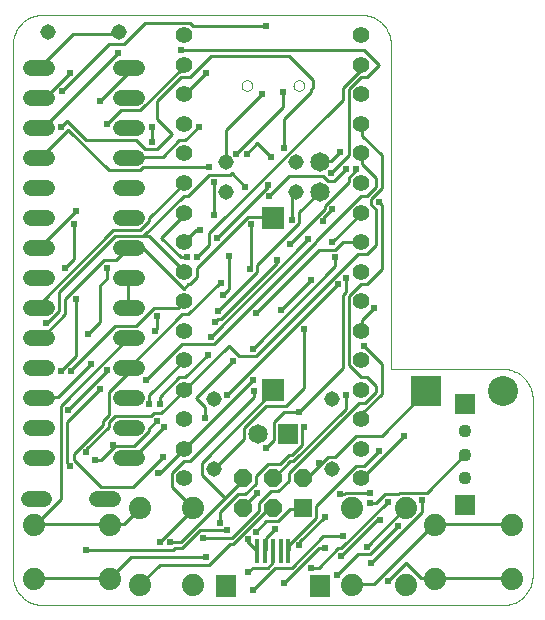
<source format=gtl>
G75*
G70*
%OFA0B0*%
%FSLAX24Y24*%
%IPPOS*%
%LPD*%
%AMOC8*
5,1,8,0,0,1.08239X$1,22.5*
%
%ADD10C,0.0000*%
%ADD11C,0.0560*%
%ADD12R,0.0760X0.0760*%
%ADD13R,0.0650X0.0650*%
%ADD14C,0.0650*%
%ADD15R,0.1000X0.1000*%
%ADD16C,0.1000*%
%ADD17R,0.0157X0.0787*%
%ADD18R,0.0709X0.0748*%
%ADD19C,0.0520*%
%ADD20C,0.0740*%
%ADD21C,0.0515*%
%ADD22R,0.0709X0.0709*%
%ADD23C,0.0436*%
%ADD24OC8,0.0600*%
%ADD25R,0.0600X0.0600*%
%ADD26C,0.0100*%
%ADD27C,0.0240*%
D10*
X001123Y001047D02*
X016445Y001047D01*
X016505Y001049D01*
X016566Y001054D01*
X016625Y001063D01*
X016684Y001076D01*
X016743Y001092D01*
X016800Y001112D01*
X016855Y001135D01*
X016910Y001162D01*
X016962Y001191D01*
X017013Y001224D01*
X017062Y001260D01*
X017108Y001298D01*
X017152Y001340D01*
X017194Y001384D01*
X017232Y001430D01*
X017268Y001479D01*
X017301Y001530D01*
X017330Y001582D01*
X017357Y001637D01*
X017380Y001692D01*
X017400Y001749D01*
X017416Y001808D01*
X017429Y001867D01*
X017438Y001926D01*
X017443Y001987D01*
X017445Y002047D01*
X017445Y007921D01*
X017443Y007981D01*
X017438Y008042D01*
X017429Y008101D01*
X017416Y008160D01*
X017400Y008219D01*
X017380Y008276D01*
X017357Y008331D01*
X017330Y008386D01*
X017301Y008438D01*
X017268Y008489D01*
X017232Y008538D01*
X017194Y008584D01*
X017152Y008628D01*
X017108Y008670D01*
X017062Y008708D01*
X017013Y008744D01*
X016962Y008777D01*
X016910Y008806D01*
X016855Y008833D01*
X016800Y008856D01*
X016743Y008876D01*
X016684Y008892D01*
X016625Y008905D01*
X016566Y008914D01*
X016505Y008919D01*
X016445Y008921D01*
X012721Y008921D01*
X012721Y019732D01*
X012719Y019792D01*
X012714Y019853D01*
X012705Y019912D01*
X012692Y019971D01*
X012676Y020030D01*
X012656Y020087D01*
X012633Y020142D01*
X012606Y020197D01*
X012577Y020249D01*
X012544Y020300D01*
X012508Y020349D01*
X012470Y020395D01*
X012428Y020439D01*
X012384Y020481D01*
X012338Y020519D01*
X012289Y020555D01*
X012238Y020588D01*
X012186Y020617D01*
X012131Y020644D01*
X012076Y020667D01*
X012019Y020687D01*
X011960Y020703D01*
X011901Y020716D01*
X011842Y020725D01*
X011781Y020730D01*
X011721Y020732D01*
X001123Y020732D01*
X001063Y020730D01*
X001002Y020725D01*
X000943Y020716D01*
X000884Y020703D01*
X000825Y020687D01*
X000768Y020667D01*
X000713Y020644D01*
X000658Y020617D01*
X000606Y020588D01*
X000555Y020555D01*
X000506Y020519D01*
X000460Y020481D01*
X000416Y020439D01*
X000374Y020395D01*
X000336Y020349D01*
X000300Y020300D01*
X000267Y020249D01*
X000238Y020197D01*
X000211Y020142D01*
X000188Y020087D01*
X000168Y020030D01*
X000152Y019971D01*
X000139Y019912D01*
X000130Y019853D01*
X000125Y019792D01*
X000123Y019732D01*
X000123Y002047D01*
X000125Y001987D01*
X000130Y001926D01*
X000139Y001867D01*
X000152Y001808D01*
X000168Y001749D01*
X000188Y001692D01*
X000211Y001637D01*
X000238Y001582D01*
X000267Y001530D01*
X000300Y001479D01*
X000336Y001430D01*
X000374Y001384D01*
X000416Y001340D01*
X000460Y001298D01*
X000506Y001260D01*
X000555Y001224D01*
X000606Y001191D01*
X000658Y001162D01*
X000713Y001135D01*
X000768Y001112D01*
X000825Y001092D01*
X000884Y001076D01*
X000943Y001063D01*
X001002Y001054D01*
X001063Y001049D01*
X001123Y001047D01*
X007741Y018370D02*
X007743Y018396D01*
X007749Y018422D01*
X007759Y018447D01*
X007772Y018470D01*
X007788Y018490D01*
X007808Y018508D01*
X007830Y018523D01*
X007853Y018535D01*
X007879Y018543D01*
X007905Y018547D01*
X007931Y018547D01*
X007957Y018543D01*
X007983Y018535D01*
X008007Y018523D01*
X008028Y018508D01*
X008048Y018490D01*
X008064Y018470D01*
X008077Y018447D01*
X008087Y018422D01*
X008093Y018396D01*
X008095Y018370D01*
X008093Y018344D01*
X008087Y018318D01*
X008077Y018293D01*
X008064Y018270D01*
X008048Y018250D01*
X008028Y018232D01*
X008006Y018217D01*
X007983Y018205D01*
X007957Y018197D01*
X007931Y018193D01*
X007905Y018193D01*
X007879Y018197D01*
X007853Y018205D01*
X007829Y018217D01*
X007808Y018232D01*
X007788Y018250D01*
X007772Y018270D01*
X007759Y018293D01*
X007749Y018318D01*
X007743Y018344D01*
X007741Y018370D01*
X009473Y018370D02*
X009475Y018396D01*
X009481Y018422D01*
X009491Y018447D01*
X009504Y018470D01*
X009520Y018490D01*
X009540Y018508D01*
X009562Y018523D01*
X009585Y018535D01*
X009611Y018543D01*
X009637Y018547D01*
X009663Y018547D01*
X009689Y018543D01*
X009715Y018535D01*
X009739Y018523D01*
X009760Y018508D01*
X009780Y018490D01*
X009796Y018470D01*
X009809Y018447D01*
X009819Y018422D01*
X009825Y018396D01*
X009827Y018370D01*
X009825Y018344D01*
X009819Y018318D01*
X009809Y018293D01*
X009796Y018270D01*
X009780Y018250D01*
X009760Y018232D01*
X009738Y018217D01*
X009715Y018205D01*
X009689Y018197D01*
X009663Y018193D01*
X009637Y018193D01*
X009611Y018197D01*
X009585Y018205D01*
X009561Y018217D01*
X009540Y018232D01*
X009520Y018250D01*
X009504Y018270D01*
X009491Y018293D01*
X009481Y018318D01*
X009475Y018344D01*
X009473Y018370D01*
D11*
X011737Y018074D03*
X011737Y017090D03*
X011737Y016106D03*
X011737Y015121D03*
X011737Y014137D03*
X011737Y013153D03*
X011737Y012169D03*
X011737Y011184D03*
X011737Y010200D03*
X011737Y009216D03*
X011737Y008232D03*
X011737Y007247D03*
X011737Y006263D03*
X011737Y005279D03*
X005831Y005279D03*
X005831Y006263D03*
X005831Y007247D03*
X005831Y008232D03*
X005831Y009216D03*
X005831Y010200D03*
X005831Y011184D03*
X005831Y012169D03*
X005831Y013153D03*
X005831Y014137D03*
X005831Y015121D03*
X005831Y016106D03*
X005831Y017090D03*
X005831Y018074D03*
X005831Y019058D03*
X005831Y020043D03*
X011737Y020043D03*
X011737Y019058D03*
D12*
X008784Y013961D03*
X008784Y008211D03*
D13*
X009284Y006755D03*
D14*
X008284Y006755D03*
X010359Y014826D03*
X010359Y015826D03*
D15*
X013902Y008177D03*
D16*
X016461Y008177D03*
D17*
X009296Y002858D03*
X009040Y002858D03*
X008784Y002858D03*
X008528Y002858D03*
X008272Y002858D03*
D18*
X007209Y001696D03*
X010359Y001696D03*
D19*
X004245Y005964D02*
X003725Y005964D01*
X003725Y006964D02*
X004245Y006964D01*
X004245Y007964D02*
X003725Y007964D01*
X003725Y008964D02*
X004245Y008964D01*
X004245Y009964D02*
X003725Y009964D01*
X003725Y010964D02*
X004245Y010964D01*
X004245Y011964D02*
X003725Y011964D01*
X003725Y012964D02*
X004245Y012964D01*
X004245Y013964D02*
X003725Y013964D01*
X003725Y014964D02*
X004245Y014964D01*
X004245Y015964D02*
X003725Y015964D01*
X003725Y016964D02*
X004245Y016964D01*
X004245Y017964D02*
X003725Y017964D01*
X003725Y018964D02*
X004245Y018964D01*
X001245Y018964D02*
X000725Y018964D01*
X000725Y017964D02*
X001245Y017964D01*
X001245Y016964D02*
X000725Y016964D01*
X000725Y015964D02*
X001245Y015964D01*
X001245Y014964D02*
X000725Y014964D01*
X000725Y013964D02*
X001245Y013964D01*
X001245Y012964D02*
X000725Y012964D01*
X000725Y011964D02*
X001245Y011964D01*
X001245Y010964D02*
X000725Y010964D01*
X000725Y009964D02*
X001245Y009964D01*
X001245Y008964D02*
X000725Y008964D01*
X000725Y007964D02*
X001245Y007964D01*
X001245Y006964D02*
X000725Y006964D01*
X000725Y005964D02*
X001245Y005964D01*
X001170Y004590D02*
X000650Y004590D01*
X002937Y004590D02*
X003457Y004590D01*
D20*
X003371Y003708D03*
X004351Y004295D03*
X006131Y004295D03*
X006131Y001735D03*
X004351Y001735D03*
X003371Y001928D03*
X000811Y001928D03*
X000811Y003708D03*
X011437Y004295D03*
X013217Y004295D03*
X014197Y003708D03*
X014197Y001928D03*
X013217Y001735D03*
X011437Y001735D03*
X016757Y001928D03*
X016757Y003708D03*
D21*
X010753Y005574D03*
X010753Y007936D03*
X006816Y007936D03*
X006816Y005574D03*
X007209Y014826D03*
X007209Y015810D03*
X009571Y015810D03*
X009571Y014826D03*
X003666Y020141D03*
X001304Y020141D03*
D22*
X015182Y007740D03*
X015182Y004393D03*
D23*
X015182Y005279D03*
X015182Y006066D03*
X015182Y006854D03*
D24*
X009784Y005287D03*
X008784Y005287D03*
X007784Y005287D03*
X007784Y004287D03*
X008784Y004287D03*
D25*
X009784Y004287D03*
D26*
X009773Y004247D01*
X009373Y004247D01*
X008973Y003847D01*
X008573Y003847D01*
X008223Y003497D01*
X007973Y003247D02*
X007923Y003197D01*
X008223Y002897D01*
X008272Y002858D01*
X008528Y002858D02*
X008573Y002897D01*
X008573Y003297D01*
X008873Y003597D01*
X008773Y004247D02*
X008623Y004247D01*
X007473Y003097D01*
X007373Y003097D01*
X006673Y002397D01*
X005023Y002397D01*
X004373Y001747D01*
X004351Y001735D01*
X004073Y002647D02*
X003373Y001947D01*
X003371Y001928D01*
X003323Y001947D01*
X000823Y001947D01*
X000811Y001928D01*
X000823Y003697D02*
X000811Y003708D01*
X000923Y003747D01*
X003323Y003747D01*
X003371Y003708D01*
X003373Y003747D01*
X003823Y003747D01*
X004323Y004247D01*
X004351Y004295D01*
X004123Y004997D02*
X005123Y005997D01*
X005023Y005447D02*
X005823Y006247D01*
X005831Y006263D01*
X005873Y006297D01*
X008123Y008547D01*
X008173Y008197D02*
X008173Y007997D01*
X006023Y005847D01*
X005823Y005847D01*
X005423Y005447D01*
X005423Y004997D01*
X006123Y004297D01*
X006131Y004295D01*
X006123Y004247D01*
X005023Y003147D01*
X005373Y003147D02*
X005723Y003147D01*
X007198Y004622D01*
X006423Y005397D01*
X006423Y005797D01*
X008773Y008147D01*
X008773Y008197D01*
X008784Y008211D01*
X008573Y007697D02*
X007823Y006947D01*
X007823Y006597D01*
X006823Y005597D01*
X006816Y005574D01*
X007198Y004622D02*
X007823Y005247D01*
X007784Y005287D01*
X008223Y005347D02*
X008223Y005097D01*
X007873Y004747D01*
X007623Y004747D01*
X007023Y004147D01*
X007023Y003797D01*
X007273Y003547D02*
X006373Y003547D01*
X005773Y002947D01*
X005523Y002947D01*
X005473Y002897D01*
X002573Y002897D01*
X004073Y002647D02*
X006573Y002647D01*
X006473Y003297D02*
X007423Y003297D01*
X008323Y004197D01*
X008323Y004447D01*
X008723Y004847D01*
X008973Y004847D01*
X009323Y005197D01*
X009323Y005447D01*
X011673Y007797D01*
X011873Y007797D01*
X012223Y008147D01*
X012223Y008347D01*
X011923Y008647D01*
X011723Y008647D01*
X011323Y009047D01*
X011323Y011347D01*
X011723Y011747D01*
X011923Y011747D01*
X012423Y012247D01*
X012423Y014397D01*
X012323Y014497D01*
X012223Y014247D02*
X012223Y013047D01*
X011923Y012747D01*
X011623Y012747D01*
X008223Y009347D01*
X007673Y009347D01*
X007323Y009697D01*
X005873Y008247D01*
X005831Y008232D01*
X005823Y008197D01*
X005073Y007447D01*
X004823Y007447D01*
X004723Y007347D01*
X003523Y007347D01*
X003323Y007147D01*
X003323Y006997D01*
X002573Y006247D01*
X002573Y006147D01*
X002873Y005897D02*
X003073Y005897D01*
X003498Y006322D01*
X003473Y006347D01*
X003473Y006397D01*
X003523Y006347D02*
X004173Y006347D01*
X004673Y006847D01*
X004673Y006947D01*
X004923Y007197D01*
X005173Y006997D02*
X004173Y005997D01*
X004023Y005997D01*
X003985Y005964D01*
X003523Y006347D02*
X003498Y006322D01*
X003123Y007047D02*
X002173Y006097D01*
X002173Y005897D01*
X003073Y004997D01*
X004123Y004997D01*
X004973Y005447D02*
X005023Y005447D01*
X006523Y007297D02*
X006523Y007647D01*
X006223Y007947D01*
X007473Y009197D01*
X008123Y009597D02*
X010873Y012347D01*
X010873Y012647D01*
X010873Y012897D02*
X010323Y012897D01*
X008223Y010797D01*
X009073Y010897D02*
X010073Y011897D01*
X010973Y011747D02*
X007273Y008047D01*
X006623Y009397D02*
X005873Y008647D01*
X005673Y008647D01*
X005023Y007997D01*
X005023Y007747D01*
X004673Y007747D02*
X004673Y008047D01*
X005823Y009197D01*
X005831Y009216D01*
X005773Y009747D02*
X004573Y008547D01*
X004023Y008997D02*
X003985Y008964D01*
X003973Y008947D01*
X003973Y008797D01*
X003323Y008147D01*
X003323Y007397D01*
X003123Y007197D01*
X003123Y007047D01*
X003023Y008247D02*
X001923Y007147D01*
X001923Y005797D01*
X002023Y005697D01*
X001723Y004597D02*
X000823Y003697D01*
X001723Y004597D02*
X001723Y007697D01*
X003973Y009947D01*
X003985Y009964D01*
X004223Y010347D02*
X004823Y010947D01*
X005623Y010947D01*
X005823Y011147D01*
X005831Y011184D01*
X005823Y011597D02*
X005973Y011747D01*
X006023Y011747D01*
X006273Y011997D01*
X006273Y012297D01*
X007973Y013997D01*
X008773Y013997D01*
X008784Y013961D01*
X008673Y014697D02*
X009323Y015347D01*
X010473Y015347D01*
X010623Y015197D01*
X010823Y015197D01*
X011223Y015597D01*
X011323Y015297D02*
X011323Y015147D01*
X010523Y014347D01*
X010523Y014247D01*
X009373Y013097D01*
X008923Y012547D02*
X008923Y012447D01*
X007073Y010597D01*
X006973Y010597D01*
X006873Y010497D01*
X006973Y010847D02*
X008273Y012147D01*
X008273Y012397D01*
X009673Y013797D01*
X009673Y014147D01*
X010323Y014797D01*
X010359Y014826D01*
X010773Y014247D02*
X010473Y013947D01*
X010473Y013847D01*
X010223Y013197D02*
X010223Y013147D01*
X006823Y009747D01*
X005773Y009747D01*
X004923Y010247D02*
X004923Y010697D01*
X004923Y010247D02*
X004873Y010197D01*
X004223Y010347D02*
X003523Y010347D01*
X002073Y008897D01*
X002073Y008847D01*
X001723Y008847D02*
X002223Y009347D01*
X002223Y011247D01*
X001873Y011247D02*
X001873Y010747D01*
X001123Y009997D01*
X001023Y009997D01*
X000985Y009964D01*
X001223Y010447D02*
X001273Y010447D01*
X001673Y010847D01*
X001673Y011497D01*
X003523Y013347D01*
X004473Y013347D01*
X005823Y014697D01*
X005973Y014697D01*
X006673Y015397D01*
X007373Y015397D01*
X007423Y015447D01*
X007873Y014997D01*
X008623Y014997D02*
X006923Y013297D01*
X006673Y013447D02*
X006673Y013047D01*
X006273Y012647D01*
X005923Y012647D02*
X005723Y012647D01*
X005073Y013297D01*
X005873Y014097D01*
X005831Y014137D01*
X006223Y013547D02*
X005873Y013197D01*
X005831Y013153D01*
X006223Y013547D02*
X006373Y013547D01*
X006673Y013447D02*
X011123Y017897D01*
X011123Y018297D01*
X011723Y018897D01*
X011723Y019047D01*
X011737Y019058D01*
X011723Y018647D02*
X011323Y018247D01*
X011323Y016047D01*
X010723Y015447D01*
X010723Y015847D02*
X010373Y015847D01*
X010359Y015826D01*
X010723Y015847D02*
X011023Y016147D01*
X011737Y016106D02*
X011773Y016097D01*
X011773Y015747D01*
X012223Y015297D01*
X012223Y014997D01*
X011923Y014697D01*
X011723Y014697D01*
X010223Y013197D01*
X009973Y013247D02*
X006723Y009997D01*
X005973Y010747D02*
X005773Y010747D01*
X004023Y008997D01*
X003273Y008897D02*
X003273Y008847D01*
X001973Y007547D01*
X001623Y007997D02*
X002723Y009097D01*
X002623Y010097D02*
X003023Y010497D01*
X003023Y011697D01*
X003273Y011947D01*
X003273Y012297D01*
X003173Y012547D02*
X003573Y012547D01*
X003973Y012947D01*
X003985Y012964D01*
X004023Y012947D01*
X004473Y012947D01*
X005823Y011597D01*
X005831Y012169D02*
X005823Y012197D01*
X004673Y013347D01*
X004473Y013347D01*
X004373Y013547D02*
X004673Y013847D01*
X004673Y013947D01*
X005823Y015097D01*
X005831Y015121D01*
X006673Y015647D02*
X004473Y015647D01*
X004373Y015547D01*
X003323Y015547D01*
X001973Y016897D01*
X001023Y015947D01*
X000985Y015964D01*
X000985Y016964D02*
X001023Y016997D01*
X001173Y016997D01*
X003623Y019447D01*
X003823Y019747D02*
X003323Y019747D01*
X001773Y018197D01*
X001223Y017997D02*
X002023Y018797D01*
X001223Y017997D02*
X001023Y017997D01*
X000985Y017964D01*
X000985Y018964D02*
X001023Y018997D01*
X002123Y020097D01*
X003623Y020097D01*
X003666Y020141D01*
X003823Y019747D02*
X004523Y020447D01*
X006023Y020447D01*
X006123Y020347D01*
X008573Y020347D01*
X009323Y019347D02*
X006723Y019347D01*
X006023Y018647D01*
X005723Y018647D01*
X004923Y017847D01*
X004923Y017247D01*
X005423Y016747D01*
X004923Y016247D01*
X004523Y016247D01*
X004223Y016547D01*
X002573Y016547D01*
X001923Y017197D01*
X001723Y016997D01*
X003023Y017847D02*
X003973Y018797D01*
X003973Y018947D01*
X003985Y018964D01*
X003723Y017547D02*
X003273Y017097D01*
X003723Y017547D02*
X004373Y017547D01*
X005823Y018997D01*
X005823Y019047D01*
X005831Y019058D01*
X005723Y019547D02*
X011823Y019547D01*
X012323Y019047D01*
X011923Y018647D01*
X011723Y018647D01*
X011737Y017090D02*
X011773Y017047D01*
X011773Y016697D01*
X012423Y016047D01*
X012423Y014947D01*
X012073Y014597D01*
X012073Y014397D01*
X012223Y014247D01*
X011737Y014137D02*
X011723Y014097D01*
X010773Y013147D01*
X010873Y012897D02*
X011123Y013147D01*
X011723Y013147D01*
X011737Y013153D01*
X011223Y011947D02*
X011223Y011497D01*
X011123Y011397D01*
X011123Y008947D01*
X009673Y007497D01*
X009173Y007497D01*
X008823Y007147D01*
X008823Y006547D01*
X008573Y006297D01*
X008623Y005747D02*
X009023Y005747D01*
X009323Y006047D01*
X009423Y006047D01*
X009773Y006397D01*
X009773Y006947D01*
X009823Y006997D01*
X009223Y007697D02*
X008573Y007697D01*
X009223Y007697D02*
X009823Y008297D01*
X009823Y010247D01*
X011737Y010200D02*
X011773Y010247D01*
X011773Y010547D01*
X012173Y010947D01*
X011823Y009697D02*
X012423Y009097D01*
X012423Y008097D01*
X011773Y007447D01*
X011773Y007297D01*
X011737Y007247D01*
X011223Y007597D02*
X009473Y005847D01*
X009373Y005847D01*
X008823Y005297D01*
X008784Y005287D01*
X008623Y005747D02*
X008223Y005347D01*
X008273Y004797D02*
X007823Y004347D01*
X007823Y004297D01*
X007784Y004287D01*
X008773Y004247D02*
X008784Y004287D01*
X009323Y003047D02*
X010223Y003947D01*
X010223Y004347D01*
X011573Y005697D01*
X011823Y005697D01*
X012323Y006197D01*
X012423Y006697D02*
X013873Y008147D01*
X013902Y008177D01*
X013173Y006697D02*
X011773Y005297D01*
X011737Y005279D01*
X012023Y004797D02*
X011223Y004797D01*
X011173Y004747D01*
X011023Y004747D01*
X010523Y003997D02*
X009673Y003147D01*
X009673Y003047D01*
X009323Y003047D02*
X009323Y002897D01*
X009296Y002858D01*
X008784Y002858D02*
X008773Y002847D01*
X008773Y002447D01*
X008623Y002297D01*
X008123Y002297D01*
X007973Y002147D01*
X008123Y001547D02*
X008873Y002297D01*
X009423Y002297D01*
X010473Y003347D01*
X011123Y003347D01*
X011073Y002947D02*
X010973Y002947D01*
X010323Y002297D01*
X010073Y002297D01*
X010323Y002947D02*
X009173Y001797D01*
X010323Y002947D02*
X010523Y002947D01*
X011073Y002947D02*
X012623Y004497D01*
X012523Y004747D02*
X012973Y004747D01*
X013023Y004797D01*
X013923Y004797D01*
X015173Y006047D01*
X015182Y006066D01*
X013773Y004547D02*
X013773Y004147D01*
X012073Y002447D01*
X012023Y002747D02*
X011623Y002747D01*
X010923Y002047D01*
X011437Y001735D02*
X011473Y001747D01*
X012173Y001747D01*
X014173Y003747D01*
X014197Y003708D01*
X014223Y003747D01*
X016723Y003747D01*
X016757Y003708D01*
X016723Y001947D02*
X016757Y001928D01*
X016723Y001947D02*
X014223Y001947D01*
X014197Y001928D01*
X014173Y001947D01*
X013723Y001947D01*
X013223Y002447D01*
X012623Y001847D01*
X012023Y002747D02*
X012973Y003697D01*
X013173Y004247D02*
X013217Y004295D01*
X013173Y004247D02*
X011923Y002997D01*
X011073Y002697D02*
X012273Y003897D01*
X012373Y003897D01*
X012223Y004447D02*
X012023Y004447D01*
X012223Y004447D02*
X012523Y004747D01*
X012423Y006697D02*
X011573Y006697D01*
X010873Y005997D01*
X010623Y005997D01*
X010348Y005722D01*
X010323Y005747D01*
X010323Y005797D01*
X010348Y005722D02*
X009923Y005297D01*
X009823Y005297D01*
X009784Y005287D01*
X011223Y007597D02*
X011223Y008047D01*
X008023Y012247D02*
X008073Y012297D01*
X008073Y013747D01*
X007323Y012697D02*
X007323Y011597D01*
X007123Y011397D01*
X007073Y011797D02*
X007023Y011797D01*
X005973Y010747D01*
X003985Y010964D02*
X003973Y010997D01*
X003973Y011947D01*
X003985Y011964D01*
X003173Y012547D02*
X001873Y011247D01*
X001023Y011097D02*
X003473Y013547D01*
X004373Y013547D01*
X003985Y015964D02*
X004023Y015997D01*
X005123Y015997D01*
X005673Y016547D01*
X005873Y016547D01*
X006323Y016997D01*
X007223Y016897D02*
X008423Y018097D01*
X009123Y018147D02*
X009123Y017647D01*
X007573Y016097D01*
X007923Y016097D02*
X008273Y016447D01*
X008723Y015997D01*
X009173Y016297D02*
X009173Y017247D01*
X010073Y018147D01*
X010073Y018247D01*
X010123Y018297D01*
X010123Y018547D01*
X009323Y019347D01*
X007223Y016897D02*
X007223Y015847D01*
X007209Y015810D01*
X006823Y015147D02*
X006823Y014047D01*
X008623Y014997D02*
X008623Y015047D01*
X009423Y014697D02*
X009523Y014797D01*
X009571Y014826D01*
X009423Y014697D02*
X009423Y013897D01*
X011323Y015297D02*
X011573Y015547D01*
X011573Y015597D01*
X006573Y018797D02*
X005873Y018097D01*
X005831Y018074D01*
X004773Y016997D02*
X004773Y016497D01*
X002223Y014197D02*
X001023Y012997D01*
X000985Y012964D01*
X001873Y012297D02*
X002173Y012597D01*
X002173Y013747D01*
X001023Y011097D02*
X001023Y010997D01*
X000985Y010964D01*
X001023Y007997D02*
X000985Y007964D01*
X001023Y007997D02*
X001623Y007997D01*
D27*
X001973Y007547D03*
X003023Y008247D03*
X003273Y008897D03*
X002723Y009097D03*
X002073Y008847D03*
X001723Y008847D03*
X002623Y010097D03*
X002223Y011247D03*
X001873Y012297D03*
X002173Y013747D03*
X002223Y014197D03*
X003273Y012297D03*
X004923Y010697D03*
X004873Y010197D03*
X004573Y008547D03*
X004673Y007747D03*
X005023Y007747D03*
X004923Y007197D03*
X005173Y006997D03*
X005123Y005997D03*
X004973Y005447D03*
X003473Y006397D03*
X002873Y005897D03*
X002573Y006147D03*
X002023Y005697D03*
X002573Y002897D03*
X005023Y003147D03*
X005373Y003147D03*
X006473Y003297D03*
X006573Y002647D03*
X007273Y003547D03*
X007023Y003797D03*
X007973Y003247D03*
X008223Y003497D03*
X008873Y003597D03*
X009673Y003047D03*
X010073Y002297D03*
X010523Y002947D03*
X011073Y002697D03*
X011123Y003347D03*
X010523Y003997D03*
X011023Y004747D03*
X012023Y004797D03*
X012023Y004447D03*
X012623Y004497D03*
X012373Y003897D03*
X012973Y003697D03*
X013773Y004547D03*
X012323Y006197D03*
X013173Y006697D03*
X011223Y008047D03*
X009823Y006997D03*
X009673Y007497D03*
X008573Y006297D03*
X008273Y004797D03*
X010323Y005797D03*
X008173Y008197D03*
X008123Y008547D03*
X007473Y009197D03*
X008123Y009597D03*
X008223Y010797D03*
X009073Y010897D03*
X009823Y010247D03*
X010973Y011747D03*
X011223Y011947D03*
X010873Y012647D03*
X010773Y013147D03*
X010473Y013847D03*
X010773Y014247D03*
X009973Y013247D03*
X009423Y013897D03*
X009373Y013097D03*
X008923Y012547D03*
X008023Y012247D03*
X007323Y012697D03*
X006923Y013297D03*
X006373Y013547D03*
X006823Y014047D03*
X006823Y015147D03*
X006673Y015647D03*
X007573Y016097D03*
X007923Y016097D03*
X008723Y015997D03*
X009173Y016297D03*
X008623Y015047D03*
X008673Y014697D03*
X008073Y013747D03*
X007873Y014997D03*
X006323Y016997D03*
X004773Y016997D03*
X004773Y016497D03*
X003273Y017097D03*
X003023Y017847D03*
X002023Y018797D03*
X001773Y018197D03*
X001723Y016997D03*
X003623Y019447D03*
X005723Y019547D03*
X006573Y018797D03*
X008423Y018097D03*
X009123Y018147D03*
X008573Y020347D03*
X011023Y016147D03*
X011223Y015597D03*
X011573Y015597D03*
X010723Y015447D03*
X012323Y014497D03*
X010073Y011897D03*
X011823Y009697D03*
X012173Y010947D03*
X007273Y008047D03*
X006523Y007297D03*
X006623Y009397D03*
X006723Y009997D03*
X006873Y010497D03*
X006973Y010847D03*
X007123Y011397D03*
X007073Y011797D03*
X006273Y012647D03*
X005923Y012647D03*
X001223Y010447D03*
X007973Y002147D03*
X008123Y001547D03*
X009173Y001797D03*
X010923Y002047D03*
X012073Y002447D03*
X011923Y002997D03*
X012623Y001847D03*
M02*

</source>
